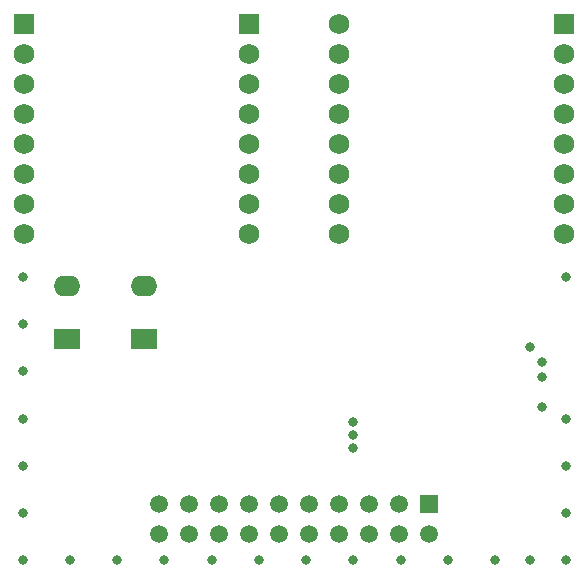
<source format=gbs>
G04 Layer_Color=8150272*
%FSLAX25Y25*%
%MOIN*%
G70*
G01*
G75*
%ADD34C,0.06800*%
%ADD35R,0.06800X0.06800*%
%ADD36O,0.08800X0.06800*%
%ADD37R,0.08800X0.06800*%
%ADD38C,0.05918*%
%ADD39R,0.05918X0.05918*%
%ADD40C,0.03162*%
D34*
X270905Y441811D02*
D03*
Y501811D02*
D03*
X240905Y431811D02*
D03*
Y491811D02*
D03*
X270905D02*
D03*
Y481811D02*
D03*
X240905D02*
D03*
Y471811D02*
D03*
X270905D02*
D03*
Y461811D02*
D03*
X240905D02*
D03*
Y451811D02*
D03*
X270905D02*
D03*
Y431811D02*
D03*
X240905Y441811D02*
D03*
X345905Y431811D02*
D03*
Y441811D02*
D03*
Y451811D02*
D03*
Y461811D02*
D03*
Y471811D02*
D03*
Y481811D02*
D03*
Y491811D02*
D03*
X165905Y431811D02*
D03*
Y441811D02*
D03*
Y451811D02*
D03*
Y461811D02*
D03*
Y471811D02*
D03*
Y481811D02*
D03*
Y491811D02*
D03*
D35*
X240905Y501811D02*
D03*
X345905D02*
D03*
X165905D02*
D03*
D36*
X180118Y414370D02*
D03*
X205709D02*
D03*
D37*
X180118Y396654D02*
D03*
X205709D02*
D03*
D38*
X240905Y331811D02*
D03*
Y341811D02*
D03*
X230906D02*
D03*
Y331811D02*
D03*
X220905D02*
D03*
Y341811D02*
D03*
X210906D02*
D03*
Y331811D02*
D03*
X250905Y341811D02*
D03*
Y331811D02*
D03*
X260906D02*
D03*
Y341811D02*
D03*
X270905D02*
D03*
Y331811D02*
D03*
X280906D02*
D03*
Y341811D02*
D03*
X290905D02*
D03*
Y331811D02*
D03*
X300905D02*
D03*
D39*
Y341811D02*
D03*
D40*
X346457Y417323D02*
D03*
Y370079D02*
D03*
Y354331D02*
D03*
Y338583D02*
D03*
Y322835D02*
D03*
X334646D02*
D03*
X322835D02*
D03*
X307087D02*
D03*
X291338D02*
D03*
X275590D02*
D03*
X259842D02*
D03*
X244094D02*
D03*
X228346D02*
D03*
X212598D02*
D03*
X196850D02*
D03*
X165354Y417323D02*
D03*
Y401575D02*
D03*
Y385827D02*
D03*
Y370079D02*
D03*
Y354331D02*
D03*
Y338583D02*
D03*
X181102Y322835D02*
D03*
X165354D02*
D03*
X338583Y388858D02*
D03*
X275590Y368898D02*
D03*
Y364567D02*
D03*
Y360236D02*
D03*
X338583Y373858D02*
D03*
Y383858D02*
D03*
X334646Y393858D02*
D03*
M02*

</source>
